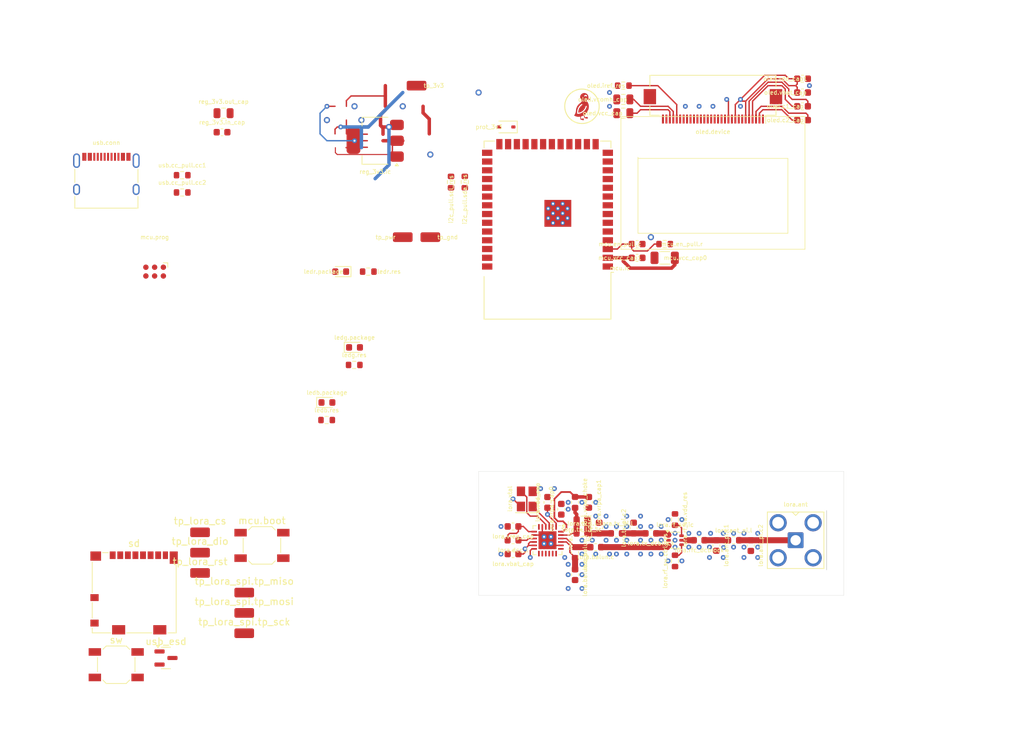
<source format=kicad_pcb>
(kicad_pcb (version 20240108) (generator "pcbnew") (generator_version "8.0")
  (layers (0 "F.Cu" signal "Front") (31 "B.Cu" signal "Back") (34 "B.Paste" user) (35 "F.Paste" user) (36 "B.SilkS" user "B.Silkscreen") (37 "F.SilkS" user "F.Silkscreen") (38 "B.Mask" user) (39 "F.Mask" user) (44 "Edge.Cuts" user))
  (net 0 "")
  (net 1 "Lpwr")
  (net 2 "Lgnd")
  (net 3 "Lv3v3")
  (net 4 "Loled.iref_res.a")
  (net 5 "Lusb.conn.cc.cc1")
  (net 6 "Lusb.conn.cc.cc2")
  (net 7 "Li2c_pull.i2c.sda")
  (net 8 "Llora.rf_sw.ctrl")
  (net 9 "Llora.rf_sw.ctrl_res.b")
  (net 10 "Itouch_0")
  (net 11 "Llora.rf_sw.vdd_res.b")
  (net 12 "Lmcu.program_en_node")
  (net 13 "Li2c_pull.i2c.scl")
  (net 14 "Lledr.res.a")
  (net 15 "Lledg.res.a")
  (net 16 "Lledb.res.a")
  (net 17 "Ltp_lora_spi.io.sck")
  (net 18 "Lledb.signal")
  (net 19 "Ltp_lora_dio.io")
  (net 20 "Lledg.signal")
  (net 21 "Ltp_lora_rst.io")
  (net 22 "Lmcu.program_boot_node")
  (net 23 "Ltp_lora_cs.io")
  (net 24 "Lmcu.program_uart_node.a_tx")
  (net 25 "Lledr.signal")
  (net 26 "Ltp_lora_spi.io.miso")
  (net 27 "Lmcu.program_uart_node.b_tx")
  (net 28 "Ltp_lora_spi.io.mosi")
  (net 29 "Loled.reset")
  (net 30 "Lsd.spi.miso")
  (net 31 "Llora.balun.input")
  (net 32 "Llora.rfc_dcblock.neg")
  (net 33 "Llora.tx_dcblock.pos")
  (net 34 "Llora.xtal.crystal.xtal_out")
  (net 35 "Llora.ic.dio3")
  (net 36 "Llora.balun.rfi_p")
  (net 37 "Llora.ic.vr_pa")
  (net 38 "Llora.ic.vreg")
  (net 39 "Llora.dcc_l.a")
  (net 40 "Llora.ic.busy")
  (net 41 "Llora.xtal.crystal.xtal_in")
  (net 42 "Llora.balun.rfi_n")
  (net 43 "Llora.ic.rfo")
  (net 44 "Lsw.out")
  (net 45 "Llora.tx_pi.output")
  (net 46 "Llora.ant_pi.output")
  (net 47 "Llora.rfc_dcblock.pos")
  (net 48 "Lsd.cs")
  (net 49 "Lusb_chain_0.d_N")
  (net 50 "Loled.device.vcomh")
  (net 51 "Loled.c1_cap.pos")
  (net 52 "Loled.c2_cap.pos")
  (net 53 "Loled.device.vcc")
  (net 54 "Loled.c2_cap.neg")
  (net 55 "Loled.c1_cap.neg")
  (net 56 "Ltx_cpack.pos.0")
  (net 57 "Lsd.spi.sck")
  (net 58 "Lusb_chain_0.d_P")
  (net 59 "Lsd.spi.mosi")
  (footprint "MountingHole:MountingHole_2.7mm_M2.5" (layer "F.Cu") (at 223 55)
    (property "Reference" "H11" (hide yes))
    (property "Value" "MountingHole_2.7mm_M2.5")
  )
  (footprint "Capacitor_SMD:C_0603_1608Metric" (layer "F.Cu") (at 166 114.5 -90)
    (property "Reference" "lora.vrpa_cap1")
    (property "Value" "50V 47nF X7R ±5% 0603 Multilayer Ceramic Capacitors MLCC - SMD/SMT ROHS")
  )
  (footprint "Capacitor_SMD:C_0603_1608Metric" (layer "F.Cu") (at 155 118 180)
    (property "Reference" "lora.vreg_cap")
    (property "Value" "25V 470nF X7R ±10% 0603 Multilayer Ceramic Capacitors MLCC - SMD/SMT ROHS")
  )
  (footprint "Button_Switch_SMD:SW_SPST_SKQG_WithoutStem" (layer "F.Cu") (at 118.57 120.75)
    (property "Reference" "mcu.boot")
    (property "Value" "5.1mm switch")
  )
  (footprint "Inductor_SMD:L_0603_1608Metric" (layer "F.Cu") (at 155 120 180)
    (property "Reference" "lora.dcc_l")
    (property "Value" "220mA 15uH ±20% 900m? 0603 Inductors (SMD) ROHS")
  )
  (footprint "Capacitor_SMD:C_0603_1608Metric" (layer "F.Cu") (at 197 55)
    (property "Reference" "oled.vbat_cap")
    (property "Value" "50V 1uF X5R ±10% 0603 Multilayer Ceramic Capacitors MLCC - SMD/SMT ROHS")
  )
  (footprint "Crystal:Crystal_SMD_3225-4Pin_3.2x2.5mm" (layer "F.Cu") (at 157 114 90)
    (property "Reference" "lora.xtal")
    (property "Value" "30MHz SMD Crystal Resonator 20pF ±10ppm ±30ppm -40?~+85? SMD3225-4P Crystals ROHS")
  )
  (footprint "Package_TO_SOT_SMD:SOT-23" (layer "F.Cu") (at 104.65 137.095)
    (property "Reference" "usb_esd")
    (property "Value" "PESD5V0X1BT")
  )
  (footprint "Capacitor_SMD:C_0603_1608Metric" (layer "F.Cu") (at 155 122 180)
    (property "Reference" "lora.vbat_cap")
    (property "Value" "50V 100nF X7R ±10% 0603 Multilayer Ceramic Capacitors MLCC - SMD/SMT ROHS")
  )
  (footprint "Connector_FFC-FPC:Hirose_FH12-30S-0.5SH_1x30-1MP_P0.50mm_Horizontal" (layer "F.Cu") (at 184 57 180)
    (property "Reference" "oled.device")
    (property "Value" "AFC01-S30FCA-00")
  )
  (footprint "edg:TestPoint_TE_RCT_0805" (layer "F.Cu") (at 109.59 124.75)
    (property "Reference" "tp_lora_rst")
    (property "Value" "lr_rs")
  )
  (footprint "Inductor_SMD:L_0603_1608Metric" (layer "F.Cu") (at 187 120)
    (property "Reference" "lora.ant_pi.l")
    (property "Value" "500mA 8.2nH ±0.3nH 240m? 0603 Inductors (SMD) ROHS")
  )
  (footprint "edg:TestPoint_TE_RCT_0805" (layer "F.Cu") (at 116 127.6)
    (property "Reference" "tp_lora_spi.tp_miso")
    (property "Value" "lr.miso")
  )
  (footprint "edg:Lcd_Er_Oled0.96_1.1_Outline" (layer "F.Cu") (at 184 70 180)
    (property "Reference" "oled.lcd" (hide yes))
    (property "Value" "ER-OLED-0.96-1.1")
  )
  (footprint "Connector_USB:USB_C_Receptacle_XKB_U262-16XN-4BVC11" (layer "F.Cu") (at 96 68)
    (property "Reference" "usb.conn")
    (property "Value" "COM-15111")
  )
  (footprint "Resistor_SMD:R_0603_1608Metric" (layer "F.Cu") (at 107 67)
    (property "Reference" "usb.cc_pull.cc1")
    (property "Value" "±1% 1/10W Thick Film Resistors 75V ±100ppm/? -55?~+155? 5.1k? 0603 Chip Resistor - Surface Mount ROHS")
  )
  (footprint "Inductor_SMD:L_0603_1608Metric" (layer "F.Cu") (at 164 121.7875 -90)
    (property "Reference" "lora.balun.l")
    (property "Value" "700mA 14nH ±2% 170m? 0603 Inductors (SMD) ROHS")
  )
  (footprint "Connector_Coaxial:SMA_Amphenol_901-143_Horizontal" (layer "F.Cu") (at 196 120 -90)
    (property "Reference" "lora.ant")
    (property "Value" "901-143")
    (fp_line (start 4.3 -4.5) (end -4.3 -4.5) (stroke (width 0.1)) (layer "Edge.Cuts"))
  )
  (footprint "Package_TO_SOT_SMD:SOT-363_SC-70-6" (layer "F.Cu") (at 178.5 120)
    (property "Reference" "lora.rf_sw.ic")
    (property "Value" "PE4259")
  )
  (footprint "edg:JlcToolingHole_1.152mm" (layer "F.Cu") (at 131 83)
    (property "Reference" "jlc_th.th2" (hide yes))
    (property "Value" "")
  )
  (footprint "Inductor_SMD:L_0603_1608Metric" (layer "F.Cu") (at 165 119)
    (property "Reference" "lora.tx_l.l")
    (property "Value" "700mA 3.3nH ±5% 70m? SMD Power Inductors ROHS")
  )
  (footprint "Resistor_SMD:R_0603_1608Metric" (layer "F.Cu") (at 148 68 90)
    (property "Reference" "i2c_pull.sda_res")
    (property "Value" "±1% 1/10W Thick Film Resistors 75V ±100ppm/? -55?~+155? 4.7k? 0603 Chip Resistor - Surface Mount ROHS")
  )
  (footprint "Capacitor_SMD:C_0603_1608Metric" (layer "F.Cu") (at 164 125 -90)
    (property "Reference" "lora.balun.c_p")
    (property "Value" "50V 3.3pF C0G ±0.25pF 0603 Multilayer Ceramic Capacitors MLCC - SMD/SMT ROHS")
  )
  (footprint "Capacitor_SMD:C_0603_1608Metric" (layer "F.Cu") (at 184.5 120.75 -90)
    (property "Reference" "lora.ant_pi.c1")
    (property "Value" "50V 3.6pF C0G ±0.1pF 0603 Multilayer Ceramic Capacitors MLCC - SMD/SMT ROHS")
  )
  (footprint "Resistor_SMD:R_0603_1608Metric" (layer "F.Cu") (at 127.96 102.55)
    (property "Reference" "ledb.res")
    (property "Value" "±1% 1/10W Thick Film Resistors 75V ±100ppm/? -55?~+155? 1k? 0603 Chip Resistor - Surface Mount ROHS")
  )
  (footprint "Diode_SMD:D_SOD-323" (layer "F.Cu") (at 154 60 180)
    (property "Reference" "prot_3v3")
    (property "Value" "5?A@1V 90? Single 3.53V~3.67V 200mW 3.6V SOD-323 Zener Diodes ROHS")
  )
  (footprint "Capacitor_SMD:C_0805_2012Metric" (layer "F.Cu") (at 113 58)
    (property "Reference" "reg_3v3.out_cap")
    (property "Value" "25V 4.7uF X5R ±10% 0805 Multilayer Ceramic Capacitors MLCC - SMD/SMT ROHS")
  )
  (footprint "Capacitor_SMD:C_0603_1608Metric" (layer "F.Cu") (at 197 59)
    (property "Reference" "oled.c2_cap")
    (property "Value" "50V 1uF X5R ±10% 0603 Multilayer Ceramic Capacitors MLCC - SMD/SMT ROHS")
  )
  (footprint "Capacitor_SMD:C_0603_1608Metric" (layer "F.Cu") (at 197 53)
    (property "Reference" "oled.vdd_cap1")
    (property "Value" "50V 1uF X5R ±10% 0603 Multilayer Ceramic Capacitors MLCC - SMD/SMT ROHS")
  )
  (footprint "edg:TestPoint_TE_RCT_0805" (layer "F.Cu") (at 143 76)
    (property "Reference" "tp_gnd")
    (property "Value" "gnd")
  )
  (footprint "RF_Module:ESP32-S3-WROOM-1" (layer "F.Cu") (at 160 75 180)
    (property "Reference" "mcu.ic")
    (property "Value" "ESP32-S3-WROOM-1-N16R8")
  )
  (footprint "edg:JlcToolingHole_1.152mm" (layer "F.Cu") (at 221 83)
    (property "Reference" "jlc_th.th3" (hide yes))
    (property "Value" "")
  )
  (footprint "edg:JlcToolingHole_1.152mm" (layer "F.Cu") (at 221 57)
    (property "Reference" "jlc_th.th1" (hide yes))
    (property "Value" "")
  )
  (footprint "LED_SMD:LED_0603_1608Metric" (layer "F.Cu") (at 128 100)
    (property "Reference" "ledb.package")
    (property "Value" "5mA 28.5mcd 3.1V 468nm Colorless transparence -40?~+85? 465nm~475nm blue 120° 110mW 0603 Light Emitting Diodes (LED) ROHS")
  )
  (footprint "Capacitor_SMD:C_0603_1608Metric" (layer "F.Cu") (at 167.5 118.225 90)
    (property "Reference" "tx_cpack")
    (property "Value" "50V 10pF C0G ±5% 0603 Multilayer Ceramic Capacitors MLCC - SMD/SMT ROHS")
  )
  (footprint "MountingHole:MountingHole_2.7mm_M2.5" (layer "F.Cu") (at 129 85)
    (property "Reference" "H10" (hide yes))
    (property "Value" "MountingHole_2.7mm_M2.5")
  )
  (footprint "edg:TestPoint_TE_RCT_0805" (layer "F.Cu") (at 109.59 118.85)
    (property "Reference" "tp_lora_cs")
    (property "Value" "lr_cs")
  )
  (footprint "Capacitor_SMD:C_0603_1608Metric" (layer "F.Cu") (at 162 115.5 90)
    (property "Reference" "lora.vrpa_cap0")
    (property "Value" "50V 47pF C0G ±5% 0603 Multilayer Ceramic Capacitors MLCC - SMD/SMT ROHS")
  )
  (footprint "Resistor_SMD:R_0603_1608Metric" (layer "F.Cu") (at 134 81)
    (property "Reference" "ledr.res")
    (property "Value" "±1% 1/10W Thick Film Resistors 75V ±100ppm/? -55?~+155? 1k? 0603 Chip Resistor - Surface Mount ROHS")
  )
  (footprint "Capacitor_SMD:C_0603_1608Metric" (layer "F.Cu") (at 197 57)
    (property "Reference" "oled.c1_cap")
    (property "Value" "50V 1uF X5R ±10% 0603 Multilayer Ceramic Capacitors MLCC - SMD/SMT ROHS")
  )
  (footprint "Capacitor_SMD:C_0603_1608Metric" (layer "F.Cu") (at 160 114.5 90)
    (property "Reference" "lora.vdd_cap")
    (property "Value" "50V 1uF X5R ±10% 0603 Multilayer Ceramic Capacitors MLCC - SMD/SMT ROHS")
  )
  (footprint "edg:TestPoint_TE_RCT_0805" (layer "F.Cu") (at 139 76)
    (property "Reference" "tp_pwr")
    (property "Value" "pwr")
  )
  (footprint "Capacitor_SMD:C_0603_1608Metric" (layer "F.Cu") (at 112.78 60.76)
    (property "Reference" "reg_3v3.in_cap")
    (property "Value" "50V 100nF X7R ±10% 0603 Multilayer Ceramic Capacitors MLCC - SMD/SMT ROHS")
  )
  (footprint "Package_TO_SOT_SMD:SOT-223-3_TabPin2" (layer "F.Cu") (at 135 62 180)
    (property "Reference" "reg_3v3.ic")
    (property "Value" "LDL1117S33R")
  )
  (footprint "Capacitor_SMD:C_0805_2012Metric" (layer "F.Cu") (at 171 58 180)
    (property "Reference" "oled.vcc_cap")
    (property "Value" "25V 4.7uF X5R ±10% 0805 Multilayer Ceramic Capacitors MLCC - SMD/SMT ROHS")
  )
  (footprint "LED_SMD:LED_0603_1608Metric" (layer "F.Cu") (at 130 81 180)
    (property "Reference" "ledr.package")
    (property "Value" "Red 615~630nm 1.9~2.2V 0603 Light Emitting Diodes (LED) RoHS")
  )
  (footprint "Button_Switch_SMD:SW_SPST_SKQG_WithoutStem" (layer "F.Cu") (at 97.43 138.07)
    (property "Reference" "sw")
    (property "Value" "5.1mm switch")
  )
  (footprint "edg:Symbol_DucklingSolid" (layer "F.Cu") (at 165 57)
    (property "Reference" "svg2mod" (hide yes))
    (property "Value" "G***" (hide yes))
  )
  (footprint "Capacitor_SMD:C_0603_1608Metric" (layer "F.Cu") (at 172.5 118.225 90)
    (property "Reference" "lora.tx_pi.c2")
    (property "Value" "50V 3.6pF C0G ±0.1pF 0603 Multilayer Ceramic Capacitors MLCC - SMD/SMT ROHS")
  )
  (footprint "Capacitor_SMD:C_0603_1608Metric" (layer "F.Cu") (at 189.5 120.775 -90)
    (property "Reference" "lora.ant_pi.c2")
    (property "Value" "50V 3.6pF C0G ±0.1pF 0603 Multilayer Ceramic Capacitors MLCC - SMD/SMT ROHS")
  )
  (footprint "Capacitor_SMD:C_0603_1608Metric" (layer "F.Cu") (at 173 77)
    (property "Reference" "mcu.en_pull.c")
    (property "Value" "50V 1uF X5R ±10% 0603 Multilayer Ceramic Capacitors MLCC - SMD/SMT ROHS")
  )
  (footprint "Inductor_SMD:L_0603_1608Metric" (layer "F.Cu") (at 170 119)
    (property "Reference" "lora.tx_pi.l")
    (property "Value" "500mA 8.2nH ±0.3nH 240m? 0603 Inductors (SMD) ROHS")
  )
  (footprint "LED_SMD:LED_0603_1608Metric" (layer "F.Cu") (at 132 92)
    (property "Reference" "ledg.package")
    (property "Value" "20mA 285mcd 3.3V 518nm Colorless transparence -40?~+85? 520nm~535nm Emerald 120° 110mW 0603 Light Emitting Diodes (LED) ROHS")
  )
  (footprint "Capacitor_SMD:C_0603_1608Metric" (layer "F.Cu") (at 165 117 180)
    (property "Reference" "lora.tx_l.c_lc")
    (property "Value" "50V 2.2pF C0G ±0.1pF 0603 Multilayer Ceramic Capacitors MLCC - SMD/SMT ROHS")
  )
  (footprint "Capacitor_SMD:C_1206_3216Metric" (layer "F.Cu") (at 177 79 180)
    (property "Reference" "mcu.vcc_cap0")
    (property "Value" "10V 22uF X5R ±10% 1206 Multilayer Ceramic Capacitors MLCC - SMD/SMT ROHS")
  )
  (footprint "edg:TestPoint_TE_RCT_0805" (layer "F.Cu") (at 116 130.55)
    (property "Reference" "tp_lora_spi.tp_mosi")
    (property "Value" "lr.mosi")
  )
  (footprint "Connector_Card:microSD_HC_Molex_104031-0811" (layer "F.Cu") (at 100.02 127.625)
    (property "Reference" "sd")
    (property "Value" "104031-0811")
  )
  (footprint "MountingHole:MountingHole_2.7mm_M2.5" (layer "F.Cu") (at 223 85)
    (property "Reference" "H14" (hide yes))
    (property "Value" "MountingHole_2.7mm_M2.5")
  )
  (footprint "Resistor_SMD:R_0603_1608Metric" (layer "F.Cu") (at 178.5 117 -90)
    (property "Reference" "lora.rf_sw.vdd_res")
    (property "Value" "±1% 1/10W Thick Film Resistors 75V ±100ppm/? -55?~+155? 1k? 0603 Chip Resistor - Surface Mount ROHS")
  )
  (footprint "Connector:Tag-Connect_TC2030-IDC-FP_2x03_P1.27mm_Vertical" (layer "F.Cu") (at 103 81 180)
    (property "Reference" "mcu.prog")
    (property "Value" "")
  )
  (footprint "Resistor_SMD:R_0603_1608Metric" (layer "F.Cu") (at 131.96 94.55)
    (property "Reference" "ledg.res")
    (property "Value" "±1% 1/10W Thick Film Resistors 75V ±100ppm/? -55?~+155? 1k? 0603 Chip Resistor - Surface Mount ROHS")
  )
  (footprint "Resistor_SMD:R_0603_1608Metric" (layer "F.Cu") (at 177 77 180)
    (property "Reference" "mcu.en_pull.r")
    (property "Value" "±1% 1/10W Thick Film Resistors 75V ±100ppm/? -55?~+155? 10k? 0603 Chip Resistor - Surface Mount ROHS")
  )
  (footprint "edg:TestPoint_TE_RCT_0805" (layer "F.Cu") (at 116 133.5)
    (property "Reference" "tp_lora_spi.tp_sck")
    (property "Value" "lr.sck")
  )
  (footprint "Capacitor_SMD:C_0805_2012Metric" (layer "F.Cu") (at 171 56 180)
    (property "Reference" "oled.vcomh_cap")
    (property "Value" "25V 4.7uF X5R ±10% 0805 Multilayer Ceramic Capacitors MLCC - SMD/SMT ROHS")
  )
  (footprint "edg:TestPoint_TE_RCT_0805" (layer "F.Cu") (at 141 54 180)
    (property "Reference" "tp_3v3")
    (property "Value" "v3v3")
  )
  (footprint "Resistor_SMD:R_0603_1608Metric" (layer "F.Cu") (at 178.5 123 90)
    (property "Reference" "lora.rf_sw.ctrl_res")
    (property "Value" "±1% 1/10W Thick Film Resistors 75V ±100ppm/? -55?~+155? 1k? 0603 Chip Resistor - Surface Mount ROHS")
  )
  (footprint "Capacitor_SMD:C_0603_1608Metric" (layer "F.Cu") (at 173 79)
    (property "Reference" "mcu.vcc_cap1")
    (property "Value" "50V 100nF X7R ±10% 0603 Multilayer Ceramic Capacitors MLCC - SMD/SMT ROHS")
  )
  (footprint "Capacitor_SMD:C_0603_1608Metric" (layer "F.Cu") (at 167 121 180)
    (property "Reference" "lora.balun.c")
    (property "Value" "50V 3pF C0G ±0.25pF 0603 Multilayer Ceramic Capacitors MLCC - SMD/SMT ROHS")
  )
  (footprint "Resistor_SMD:R_0603_1608Metric" (layer "F.Cu") (at 146 68 90)
    (property "Reference" "i2c_pull.scl_res")
    (property "Value" "±1% 1/10W Thick Film Resistors 75V ±100ppm/? -55?~+155? 4.7k? 0603 Chip Resistor - Surface Mount ROHS")
  )
  (footprint "Capacitor_SMD:C_0603_1608Metric" (layer "F.Cu") (at 175 119 180)
    (property "Reference" "lora.tx_dcblock")
    (property "Value" "50V 47pF C0G ±5% 0603 Multilayer Ceramic Capacitors MLCC - SMD/SMT ROHS")
  )
  (footprint "Resistor_SMD:R_0603_1608Metric" (layer "F.Cu") (at 171 54 180)
    (property "Reference" "oled.iref_res")
    (property "Value" "±1% 1/10W Thick Film Resistors 75V ±100ppm/? -55?~+155? 390k? 0603 Chip Resistor - Surface Mount ROHS")
  )
  (footprint "Inductor_SMD:L_0603_1608Metric" (layer "F.Cu") (at 164 114.5 -90)
    (property "Reference" "lora.vrpa_choke")
    (property "Value" "200mA 47nH ±5% 1? 0603 Inductors (SMD) ROHS")
  )
  (footprint "Capacitor_SMD:C_0603_1608Metric" (layer "F.Cu") (at 182 120 180)
    (property "Reference" "lora.rfc_dcblock")
    (property "Value" "50V 47pF C0G ±5% 0603 Multilayer Ceramic Capacitors MLCC - SMD/SMT ROHS")
  )
  (footprint "Package_DFN_QFN:QFN-24-1EP_4x4mm_P0.5mm_EP2.6x2.6mm" (layer "F.Cu") (at 160 120 -90)
    (property "Reference" "lora.ic")
    (property "Value" "SX1262")
  )
  (footprint "edg:TestPoint_TE_RCT_0805" (layer "F.Cu") (at 109.59 121.8)
    (property "Reference" "tp_lora_dio")
    (property "Value" "lr_di")
  )
  (footprint "Resistor_SMD:R_0603_1608Metric" (layer "F.Cu") (at 107 69.51)
    (property "Reference" "usb.cc_pull.cc2")
    (property "Value" "±1% 1/10W Thick Film Resistors 75V ±100ppm/? -55?~+155? 5.1k? 0603 Chip Resistor - Surface Mount ROHS")
  )
  (gr_rect (start 150 110) (end 203 128) (stroke (width 0.0381)) (fill none) (layer "Edge.Cuts"))
  (segment (start 142.85 61) (end 142.85 58.85) (width 0.5) (layer "F.Cu") (net 0))
  (segment (start 129.5 64) (end 137 64) (width 0.15) (layer "F.Cu") (net 0))
  (segment (start 129.175 61) (end 129.175 60.325) (width 0.2) (layer "F.Cu") (net 0))
  (segment (start 136.475 57) (end 136.475 55.5) (width 0.5) (layer "F.Cu") (net 0))
  (segment (start 136.1375 62) (end 139 62) (width 0.5) (layer "F.Cu") (net 0))
  (segment (start 129.225 63) (end 129.225 63.725) (width 0.15) (layer "F.Cu") (net 0))
  (segment (start 136.475 55.5) (end 136.475 54) (width 0.5) (layer "F.Cu") (net 0))
  (segment (start 131.5 55.5) (end 136.475 55.5) (width 0.2) (layer "F.Cu") (net 0))
  (segment (start 142.85 58.85) (end 141.95 57.95) (width 0.5) (layer "F.Cu") (net 0))
  (segment (start 137.5 63.5) (end 137.5 62) (width 0.2) (layer "F.Cu") (net 0))
  (segment (start 141.95 57.95) (end 141.95 57) (width 0.5) (layer "F.Cu") (net 0))
  (segment (start 137 64) (end 137.5 63.5) (width 0.15) (layer "F.Cu") (net 0))
  (segment (start 130.825 56.175) (end 131.5 55.5) (width 0.2) (layer "F.Cu") (net 0))
  (segment (start 129.175 60.325) (end 129.5 60) (width 0.2) (layer "F.Cu") (net 0))
  (segment (start 130.825 57) (end 130.825 56.175) (width 0.2) (layer "F.Cu") (net 0))
  (segment (start 129.5 60) (end 130 60) (width 0.2) (layer "F.Cu") (net 0))
  (segment (start 129.225 63.725) (end 129.5 64) (width 0.15) (layer "F.Cu") (net 0))
  (via (at 130 60) (size 0.7) (drill 0.3) (layers "F.Cu" "B.Cu") (net 0))
  (segment (start 134 60) (end 139 55) (width 0.5) (layer "B.Cu") (net 0))
  (segment (start 133 60) (end 134 60) (width 0.5) (layer "B.Cu") (net 0))
  (segment (start 133 63) (end 133 60) (width 0.5) (layer "B.Cu") (net 0))
  (segment (start 134 60) (end 130 60) (width 0.5) (layer "B.Cu") (net 0))
  (segment (start 135.775 58.225) (end 135.775 59) (width 0.5) (layer "F.Cu") (net 1))
  (segment (start 136.475 57.525) (end 135.775 58.225) (width 0.5) (layer "F.Cu") (net 1))
  (segment (start 136.1375 60.1375) (end 136 60) (width 0.5) (layer "F.Cu") (net 1))
  (segment (start 135.775 59) (end 135.775 59.775) (width 0.5) (layer "F.Cu") (net 1))
  (segment (start 136.1375 60.1375) (end 136.1375 61.05) (width 0.5) (layer "F.Cu") (net 1))
  (segment (start 135.775 59.775) (end 136 60) (width 0.5) (layer "F.Cu") (net 1))
  (segment (start 136 60) (end 137 60) (width 0.5) (layer "F.Cu") (net 1))
  (via (at 137 60) (size 0.9) (drill 0.5) (layers "F.Cu" "B.Cu") (net 1))
  (segment (start 137 65.5) (end 135 67.5) (width 0.5) (layer "B.Cu") (net 1))
  (segment (start 137 60) (end 137 65.5) (width 0.5) (layer "B.Cu") (net 1))
  (segment (start 160.5 120.5) (end 160.75 120.75) (width 0.2) (layer "F.Cu") (net 2))
  (segment (start 158.25 112.5) (end 157.85 112.9) (width 0.2) (layer "F.Cu") (net 2))
  (segment (start 156.1 115.1) (end 155 114) (width 0.2) (layer "F.Cu") (net 2))
  (segment (start 159.25 119.25) (end 159.25 118.0625) (width 0.2) (layer "F.Cu") (net 2))
  (segment (start 160.5 119.5) (end 160.75 119.25) (width 0.2) (layer "F.Cu") (net 2))
  (segment (start 160.75 120.75) (end 161.9375 120.75) (width 0.2) (layer "F.Cu") (net 2))
  (segment (start 160.75 119.25) (end 160.75 118.0625) (width 0.2) (layer "F.Cu") (net 2))
  (segment (start 156.15 115.1) (end 156.1 115.1) (width 0.2) (layer "F.Cu") (net 2))
  (segment (start 159.25 119.25) (end 158.0625 119.25) (width 0.2) (layer "F.Cu") (net 2))
  (segment (start 159.5 119.5) (end 159.25 119.25) (width 0.2) (layer "F.Cu") (net 2))
  (segment (start 159 112.5) (end 158.25 112.5) (width 0.2) (layer "F.Cu") (net 2))
  (via (at 177.5 123) (size 0.7) (drill 0.3) (layers "F.Cu" "B.Cu") (net 2))
  (via (at 182 121) (size 0.7) (drill 0.3) (layers "F.Cu" "B.Cu") (net 2))
  (via (at 175 122) (size 0.7) (drill 0.3) (layers "F.Cu" "B.Cu") (net 2))
  (via (at 153.25 118) (size 0.7) (drill 0.3) (layers "F.Cu" "B.Cu") (net 2))
  (via (at 179.5 123) (size 0.7) (drill 0.3) (layers "F.Cu" "B.Cu") (net 2))
  (via (at 167 122) (size 0.7) (drill 0.3) (layers "F.Cu" "B.Cu") (net 2))
  (via (at 163 127) (size 0.7) (drill 0.3) (layers "F.Cu" "B.Cu") (net 2))
  (via (at 163 115.5) (size 0.7) (drill 0.3) (layers "F.Cu" "B.Cu") (net 2))
  (via (at 165 127) (size 0.7) (drill 0.3) (layers "F.Cu" "B.Cu") (net 2))
  (via (at 167 114.5) (size 0.7) (drill 0.3) (layers "F.Cu" "B.Cu") (net 2))
  (via (at 150 55) (size 0.9) (drill 0.5) (layers "F.Cu" "B.Cu") (net 2))
  (via (at 185.545944 121.056006) (size 0.7) (drill 0.3) (layers "F.Cu" "B.Cu") (net 2))
  (via (at 170 122) (size 0.7) (drill 0.3) (layers "F.Cu" "B.Cu") (net 2))
  (via (at 182 119) (size 0.7) (drill 0.3) (layers "F.Cu" "B.Cu") (net 2))
  (via (at 184 57) (size 0.7) (drill 0.3) (layers "F.Cu" "B.Cu") (net 2))
  (via (at 173.5 118) (size 0.7) (drill 0.3) (layers "F.Cu" "B.Cu") (net 2))
  (via (at 161 112.5) (size 0.7) (drill 0.3) (layers "F.Cu" "B.Cu") (net 2))
  (via (at 171.5 120) (size 0.7) (drill 0.3) (layers "F.Cu" "B.Cu") (net 2))
  (via (at 180.5 119) (size 0.7) (drill 0.3) (layers "F.Cu" "B.Cu") (net 2))
  (via (at 182 57) (size 0.7) (drill 0.3) (layers "F.Cu" "B.Cu") (net 2))
  (via (at 173.5 122) (size 0.7) (drill 0.3) (layers "F.Cu" "B.Cu") (net 2))
  (via (at 153.25 122) (size 0.7) (drill 0.3) (layers "F.Cu" "B.Cu") (net 2))
  (via (at 139 57) (size 0.9) (drill 0.5) (layers "F.Cu" "B.Cu") (net 2))
  (via (at 165 125) (size 0.7) (drill 0.3) (layers "F.Cu" "B.Cu") (net 2))
  (via (at 159.5 120.5) (size 0.7) (drill 0.3) (layers "F.Cu" "B.Cu") (net 2))
  (via (at 188.5 121) (size 0.7) (drill 0.3) (layers "F.Cu" "B.Cu") (net 2))
  (via (at 169 55) (size 0.7) (drill 0.3) (layers "F.Cu" "B.Cu") (net 2))
  (via (at 175 76) (size 0.9) (drill 0.5) (layers "F.Cu" "B.Cu") (net 2))
  (via (at 183.66258 118.997446) (size 0.7) (drill 0.3) (layers "F.Cu" "B.Cu") (net 2))
  (via (at 187 121) (size 0.7) (drill 0.3) (layers "F.Cu" "B.Cu") (net 2))
  (via (at 177.5 117) (size 0.7) (drill 0.3) (layers "F.Cu" "B.Cu") (net 2))
  (via (at 166.5 120) (size 0.7) (drill 0.3) (layers "F.Cu" "B.Cu") (net 2))
  (via (at 170 120) (size 0.7) (drill 0.3) (layers "F.Cu" "B.Cu") (net 2))
  (via (at 159.5 119.5) (size 0.7) (drill 0.3) (layers "F.Cu" "B.Cu") (net 2))
  (via (at 180.5 121) (size 0.7) (drill 0.3) (layers "F.Cu" "B.Cu") (net 2))
  (via (at 190.5 121) (size 0.7) (drill 0.3) (layers "F.Cu" "B.Cu") (net 2))
  (via (at 168.5 120) (size 0.7) (drill 0.3) (layers "F.Cu" "B.Cu") (net 2))
  (via (at 169 122) (size 0.7) (drill 0.3) (layers "F.Cu" "B.Cu") (net 2))
  (via (at 185.5 119) (size 0.7) (drill 0.3) (layers "F.Cu" "B.Cu") (net 2))
  (via (at 159 112.5) (size 0.7) (drill 0.3) (layers "F.Cu" "B.Cu") (net 2))
  (via (at 176.5 120) (size 0.7) (drill 0.3) (layers "F.Cu" "B.Cu") (net 2))
  (via (at 178.5 119) (size 0.7) (drill 0.3) (layers "F.Cu" "B.Cu") (net 2))
  (via (at 176.5 118) (size 0.7) (drill 0.3) (layers "F.Cu" "B.Cu") (net 2))
  (via (at 163 114.5) (size 0.7) (drill 0.3) (layers "F.Cu" "B.Cu") (net 2))
  (via (at 171.5 118) (size 0.7) (drill 0.3) (layers "F.Cu" "B.Cu") (net 2))
  (via (at 176.5 122) (size 0.7) (drill 0.3) (layers "F.Cu" "B.Cu") (net 2))
  (via (at 160.5 120.5) (size 0.7) (drill 0.3) (layers "F.Cu" "B.Cu") (net 2))
  (via (at 188.5 119) (size 0.7) (drill 0.3) (layers "F.Cu" "B.Cu") (net 2))
  (via (at 171.5 116.5) (size 0.7) (drill 0.3) (layers "F.Cu" "B.Cu") (net 2))
  (via (at 128 59) (size 0.9) (drill 0.5) (layers "F.Cu" "B.Cu") (net 2))
  (via (at 167 116.5) (size 0.7) (drill 0.3) (layers "F.Cu" "B.Cu") (net 2))
  (via (at 160.5 119.5) (size 0.7) (drill 0.3) (layers "F.Cu" "B.Cu") (net 2))
  (via (at 171.5 122) (size 0.7) (drill 0.3) (layers "F.Cu" "B.Cu") (net 2))
  (via (at 165 114.5) (size 0.7) (drill 0.3) (layers "F.Cu" "B.Cu") (net 2))
  (via (at 175 120) (size 0.7) (drill 0.3) (layers "F.Cu" "B.Cu") (net 2))
  (via (at 183.5 121) (size 0.7) (drill 0.3) (layers "F.Cu" "B.Cu") (net 2))
  (via (at 188.5 122.5) (size 0.7) (drill 0.3) (layers "F.Cu" "B.Cu") (net 2))
  (via (at 185.5 122.5) (size 0.7) (drill 0.3) (layers "F.Cu" "B.Cu") (net 2))
  (via (at 180 57) (size 0.7) (drill 0.3) (layers "F.Cu" "B.Cu") (net 2))
  (via (at 162.5 122.5) (size 0.7) (drill 0.3) (layers "F.Cu" "B.Cu") (net 2))
  (via (at 187 119) (size 0.7) (drill 0.3) (layers "F.Cu" "B.Cu") (net 2))
  (via (at 169 57) (size 0.7) (drill 0.3) (layers "F.Cu" "B.Cu") (net 2))
  (via (at 178.5 120) (size 0.7) (drill 0.3) (layers "F.Cu" "B.Cu") (net 2))
  (via (at 190.5 122.5) (size 0.7) (drill 0.3) (layers "F.Cu" "B.Cu") (net 2))
  (via (at 178.5 121) (size 0.7) (drill 0.3) (layers "F.Cu" "B.Cu") (net 2))
  (via (at 165 120) (size 0.7) (drill 0.3) (layers "F.Cu" "B.Cu") (net 2))
  (via (at 165 122) (size 0.7) (drill 0.3) (layers "F.Cu" "B.Cu") (net 2))
  (via (at 165 123.5) (size 0.7) (drill 0.3) (layers "F.Cu" "B.Cu") (net 2))
  (via (at 198 54) (size 0.7) (drill 0.3) (layers "F.Cu" "B.Cu") (net 2))
  (via (at 188 57) (size 0.7) (drill 0.3) (layers "F.Cu" "B.Cu") (net 2))
  (via (at 190.5 119) (size 0.7) (drill 0.3) (layers "F.Cu" "B.Cu") (net 2))
  (via (at 155 114) (size 0.7) (drill 0.3) (layers "F.Cu" "B.Cu") (net 2))
  (via (at 179.5 117) (size 0.7) (drill 0.3) (layers "F.Cu" "B.Cu") (net 2))
  (via (at 183.5 122.5) (size 0.7) (drill 0.3) (layers "F.Cu" "B.Cu") (net 2))
  (via (at 163 125) (size 0.7) (drill 0.3) (layers "F.Cu" "B.Cu") (net 2))
  (via (at 132 57) (size 0.9) (drill 0.5) (layers "F.Cu" "B.Cu") (net 2))
  (via (at 170 118) (size 0.7) (drill 0.3) (layers "F.Cu" "B.Cu") (net 2))
  (via (at 163 123.5) (size 0.7) (drill 0.3) (layers "F.Cu" "B.Cu") (net 2))
  (via (at 168.5 116.5) (size 0.7) (drill 0.3) (layers "F.Cu" "B.Cu") (net 2))
  (via (at 168.5 118) (size 0.7) (drill 0.3) (layers "F.Cu" "B.Cu") (net 2))
  (via (at 173.5 116.5) (size 0.7) (drill 0.3) (layers "F.Cu" "B.Cu") (net 2))
  (via (at 133 59) (size 0.9) (drill 0.5) (layers "F.Cu" "B.Cu") (net 2))
  (via (at 173.5 120) (size 0.7) (drill 0.3) (layers "F.Cu" "B.Cu") (net 2))
  (via (at 175 118) (size 0.7) (drill 0.3) (layers "F.Cu" "B.Cu") (net 2))
  (segment (start 157.25 120.75) (end 158.0625 120.75) (width 0.2) (layer "F.Cu") (net 3))
  (segment (start 157.25 120.5) (end 157.5 120.25) (width 0.2) (layer "F.Cu") (net 3))
  (segment (start 187.25 58.85) (end 187.25 56.75) (width 0.2) (layer "F.Cu") (net 3))
  (segment (start 192 53) (end 188.75 56.25) (width 0.2) (layer "F.Cu") (net 3))
  (segment (start 191.5 52.5) (end 194.5 52.5) (width 0.2) (layer "F.Cu") (net 3))
  (segment (start 186.25 58.85) (end 186.25 56.25) (width 0.2) (layer "F.Cu") (net 3))
  (segment (start 133.8625 61.05) (end 133.05 61.05) (width 0.2) (layer "F.Cu") (net 3))
  (segment (start 130.825 59) (end 130.825 60) (width 0.2) (layer "F.Cu") (net 3))
  (segment (start 157.5 120.25) (end 158.0625 120.25) (width 0.2) (layer "F.Cu") (net 3))
  (segment (start 172 80.5) (end 178 80.5) (width 0.5) (layer "F.Cu") (net 3))
  (segment (start 160 116.25) (end 160 116.28033) (width 0.2) (layer "F.Cu") (net 3))
  (segment (start 160 116.25) (end 160 115.275) (width 0.2) (layer "F.Cu") (net 3))
  (segment (start 188.75 56.25) (end 188.75 58.85) (width 0.2) (layer "F.Cu") (net 3))
  (segment (start 195 53) (end 196.225 53) (width 0.2) (layer "F.Cu") (net 3))
  (segment (start 188 56) (end 188.25 56.25) (width 0.2) (layer "F.Cu") (net 3))
  (segment (start 156.75 121.25) (end 157.25 120.75) (width 0.2) (layer "F.Cu") (net 3))
  (segment (start 130.825 60) (end 130.825 61) (width 0.2) (layer "F.Cu") (net 3))
  (segment (start 168.75 78.99) (end 172.215 78.99) (width 0.5) (layer "F.Cu") (net 3))
  (segment (start 178 80.5) (end 178.475 80.025) (width 0.5) (layer "F.Cu") (net 3))
  (segment (start 156.5 122) (end 156.75 121.75) (width 0.2) (layer "F.Cu") (net 3))
  (segment (start 156.75 121.75) (end 156.75 121.25) (width 0.2) (layer "F.Cu") (net 3))
  (segment (start 196 54) (end 195 54) (width 0.2) (layer "F.Cu") (net 3))
  (segment (start 160 116.28033) (end 161.25 117.53033) (width 0.2) (layer "F.Cu") (net 3))
  (segment (start 132 62) (end 133.8625 62) (width 0.2) (layer "F.Cu") (net 3))
  (segment (start 132.05 62.95) (end 132 63) (width 0.2) (layer "F.Cu") (net 3))
  (segment (start 196.225 53.775) (end 196 54) (width 0.2) (layer "F.Cu") (net 3))
  (segment (start 188.25 56.25) (end 188.75 56.25) (width 0.2) (layer "F.Cu") (net 3))
  (segment (start 155.775 122) (end 156.5 122) (width 0.2) (layer "F.Cu") (net 3))
  (segment (start 133.05 61.05) (end 132 60) (width 0.2) (layer "F.Cu") (net 3))
  (segment (start 194 53) (end 192 53) (width 0.2) (layer "F.Cu") (net 3))
  (segment (start 133.8625 62.95) (end 132.05 62.95) (width 0.2) (layer "F.Cu") (net 3))
  (segment (start 187.25 56.75) (end 191.5 52.5) (width 0.2) (layer "F.Cu") (net 3))
  (segment (start 194.5 52.5) (end 195 53) (width 0.2) (layer "F.Cu") (net 3))
  (segment (start 132 63) (end 130.775 63) (width 0.2) (layer "F.Cu") (net 3))
  (segment (start 196.225 53) (end 196.225 53.775) (width 0.2) (layer "F.Cu") (net 3))
  (segment (start 171 79.5) (end 172 80.5) (width 0.5) (layer "F.Cu") (net 3))
  (segment (start 161.25 117.53033) (end 161.25 118.0625) (width 0.2) (layer "F.Cu") (net 3))
  (segment (start 196.225 55) (end 196.225 54.225) (width 0.2) (layer "F.Cu") (net 3))
  (segment (start 132 60) (end 130.825 60) (width 0.2) (layer "F.Cu") (net 3))
  (segment (start 186.25 56.25) (end 186 56) (width 0.2) (layer "F.Cu") (net 3))
  (segment (start 196.225 54.225) (end 196 54) (width 0.2) (layer "F.Cu") (net 3))
  (segment (start 129.175 57) (end 128 57) (width 0.2) (layer "F.Cu") (net 3))
  (segment (start 178.475 80.025) (end 178.475 79) (width 0.5) (layer "F.Cu") (net 3))
  (segment (start 157.25 120.75) (end 157.25 120.5) (width 0.2) (layer "F.Cu") (net 3))
  (segment (start 171 78.99) (end 171 79.5) (width 0.5) (layer "F.Cu") (net 3))
  (segment (start 195 54) (end 194 53) (width 0.2) (layer "F.Cu") (net 3))
  (via (at 160 116.25) (size 0.7) (drill 0.3) (layers "F.Cu" "B.Cu") (net 3))
  (via (at 186 56) (size 0.7) (drill 0.3) (layers "F.Cu" "B.Cu") (net 3))
  (via (at 156.75 121.25) (size 0.7) (drill 0.3) (layers "F.Cu" "B.Cu") (net 3))
  (via (at 188 56) (size 0.7) (drill 0.3) (layers "F.Cu" "B.Cu") (net 3))
  (via (at 132 62) (size 0.7) (drill 0.3) (layers "F.Cu" "B.Cu") (net 3))
  (via (at 143 64) (size 0.9) (drill 0.5) (layers "F.Cu" "B.Cu") (net 3))
  (via (at 128 57) (size 0.7) (drill 0.3) (layers "F.Cu" "B.Cu") (net 3))
  (segment (start 132 62) (end 128 62) (width 0.2) (layer "B.Cu") (net 3))
  (segment (start 127 61) (end 127 58) (width 0.2) (layer "B.Cu") (net 3))
  (segment (start 127 58) (end 128 57) (width 0.2) (layer "B.Cu") (net 3))
  (segment (start 128 62) (end 127 61) (width 0.2) (layer "B.Cu") (net 3))
  (segment (start 178.75 56.75) (end 176 54) (width 0.2) (layer "F.Cu") (net 4))
  (segment (start 176 54) (end 171.825 54) (width 0.2) (layer "F.Cu") (net 4))
  (segment (start 178.75 58.85) (end 178.75 56.75) (width 0.2) (layer "F.Cu") (net 4))
  (segment (start 158.0625 121.25) (end 157.75 121.25) (width 0.2) (layer "F.Cu") (net 8))
  (segment (start 157.75 121.25) (end 157.5 121.5) (width 0.2) (layer "F.Cu") (net 8))
  (segment (start 157.5 121.5) (end 157.5 122.5) (width 0.2) (layer "F.Cu") (net 8))
  (via (at 157.5 122.5) (size 0.7) (drill 0.3) (layers "F.Cu" "B.Cu") (net 8))
  (segment (start 179.075 122.175) (end 178.5 122.175) (width 0.2) (layer "F.Cu") (net 9))
  (segment (start 179.45 120.65) (end 179.45 121.8) (width 0.2) (layer "F.Cu") (net 9))
  (segment (start 179.45 121.8) (end 179.075 122.175) (width 0.2) (layer "F.Cu") (net 9))
  (segment (start 179.45 118.2) (end 179.075 117.825) (width 0.2) (layer "F.Cu") (net 11))
  (segment (start 179.45 119.35) (end 179.45 118.2) (width 0.2) (layer "F.Cu") (net 11))
  (segment (start 179.075 117.825) (end 178.5 117.825) (width 0.2) (layer "F.Cu") (net 11))
  (segment (start 172.225 77.725) (end 172.5 78) (width 0.2) (layer "F.Cu") (net 12))
  (segment (start 174.5 78) (end 175.5 77) (width 0.2) (layer "F.Cu") (net 12))
  (segment (start 172.5 78) (end 174.5 78) (width 0.2) (layer "F.Cu") (net 12))
  (segment (start 175.5 77) (end 176.175 77) (width 0.2) (layer "F.Cu") (net 12))
  (segment (start 170.14 77.72) (end 168.75 77.72) (width 0.2) (layer "F.Cu") (net 12))
  (segment (start 172.225 77) (end 172.225 77.725) (width 0.2) (layer "F.Cu") (net 12))
  (segment (start 171 77) (end 170.86 77) (width 0.2) (layer "F.Cu") (net 12))
  (segment (start 170.86 77) (end 170.14 77.72) (width 0.2) (layer "F.Cu") (net 12))
  (segment (start 172.225 77) (end 171 77) (width 0.2) (layer "F.Cu") (net 12))
  (segment (start 177.3375 121) (end 177.55 120.7875) (width 0.875) (layer "F.Cu") (net 31))
  (segment (start 167.775 121) (end 177.3375 121) (width 0.875) (layer "F.Cu") (net 31))
  (segment (start 181.225 120) (end 180.100044 120) (width 0.875) (layer "F.Cu") (net 32))
  (segment (start 175.775 119) (end 177.3375 119) (width 0.875) (layer "F.Cu") (net 33))
  (segment (start 177.3375 119) (end 177.55 119.2125) (width 0.875) (layer "F.Cu") (net 33))
  (segment (start 157.5 116.5) (end 157 116) (width 0.2) (layer "F.Cu") (net 34))
  (segment (start 157 113.75) (end 156.15 112.9) (width 0.2) (layer "F.Cu") (net 34))
  (segment (start 159.75 117.706326) (end 158.543674 116.5) (width 0.2) (layer "F.Cu") (net 34))
  (segment (start 157 116) (end 157 113.75) (width 0.2) (layer "F.Cu") (net 34))
  (segment (start 158.543674 116.5) (end 157.5 116.5) (width 0.2) (layer "F.Cu") (net 34))
  (segment (start 159.75 118.0625) (end 159.75 117.706326) (width 0.2) (layer "F.Cu") (net 34))
  (segment (start 162.75 120.25) (end 163.25 120.75) (width 0.2) (layer "F.Cu") (net 36))
  (segment (start 161.9375 120.25) (end 162.75 120.25) (width 0.2) (layer "F.Cu") (net 36))
  (segment (start 164 122.5375) (end 164 122.575) (width 0.2) (layer "F.Cu") (net 36))
  (segment (start 163.25 120.75) (end 163.25 121.75) (width 0.2) (layer "F.Cu") (net 36))
  (segment (start 164 124.225) (end 164 122.575) (width 0.875) (layer "F.Cu") (net 36))
  (segment (start 163.25 121.75) (end 164.0375 122.5375) (width 0.2) (layer "F.Cu") (net 36))
  (segment (start 162 113) (end 163.2875 113) (width 0.25) (layer "F.Cu") (net 37))
  (segment (start 162.75 118.25) (end 162.75 117.75) (width 0.25) (layer "F.Cu") (net 37))
  (segment (start 163.2875 113) (end 164 113.7125) (width 0.25) (layer "F.Cu") (net 37))
  (segment (start 162.75 117.75) (end 162.25 117.25) (width 0.25) (layer "F.Cu") (net 37))
  (segment (start 162.25 117.25) (end 161.5 117.25) (width 0.25) (layer "F.Cu") (net 37))
  (segment (start 161 114) (end 162 113) (width 0.25) (layer "F.Cu") (net 37))
  (segment (start 161 116.75) (end 161 114) (width 0.25) (layer "F.Cu") (net 37))
  (segment (start 161.5 117.25) (end 161 116.75) (width 0.25) (layer "F.Cu") (net 37))
  (segment (start 165.9875 113.7125) (end 166 113.725) (width 0.5) (layer "F.Cu") (net 37))
  (segment (start 161.9375 118.75) (end 162.25 118.75) (width 0.25) (layer "F.Cu") (net 37))
  (segment (start 164 113.7125) (end 165.9875 113.7125) (width 0.5) (layer "F.Cu") (net 37))
  (segment (start 162.25 118.75) (end 162.75 118.25) (width 0.25) (layer "F.Cu") (net 37))
  (segment (start 157.25 118.75) (end 158.0625 118.75) (width 0.2) (layer "F.Cu") (net 38))
  (segment (start 154.2125 119.2875) (end 154.2125 120) (width 0.2) (layer "F.Cu") (net 38))
  (segment (start 155.775 118) (end 155.775 118.725) (width 0.2) (layer "F.Cu") (net 38))
  (segment (start 154.5 119) (end 154.2125 119.2875) (width 0.2) (layer "F.Cu") (net 38))
  (segment (start 155.775 118.725) (end 155.5 119) (width 0.2) (layer "F.Cu") (net 38))
  (segment (start 155.5 119) (end 154.5 119) (width 0.2) (layer "F.Cu") (net 38))
  (segment (start 156.5 118) (end 155.775 118) (width 0.2) (layer "F.Cu") (net 38))
  (segment (start 156.5 118) (end 157.25 118.75) (width 0.2) (layer "F.Cu") (net 38))
  (segment (start 157.25 119.75) (end 157 120) (width 0.2) (layer "F.Cu") (net 39))
  (segment (start 157 120) (end 155.7875 120) (width 0.2) (layer "F.Cu") (net 39))
  (segment (start 158.0625 119.75) (end 157.25 119.75) (width 0.2) (layer "F.Cu") (net 39))
  (segment (start 160.25 118.0625) (end 160.25 117.5) (width 0.2) (layer "F.Cu") (net 41))
  (segment (start 160.25 117.5) (end 157.85 115.1) (width 0.2) (layer "F.Cu") (net 41))
  (segment (start 162.75 119.75) (end 163.9625 120.9625) (width 0.2) (layer "F.Cu") (net 42))
  (segment (start 166.225 121) (end 164.0375 121) (width 0.875) (layer "F.Cu") (net 42))
  (segment (start 161.9375 119.75) (end 162.75 119.75) (width 0.2) (layer "F.Cu") (net 42))
  (segment (start 163.9625 120.9625) (end 164.0375 120.9625) (width 0.2) (layer "F.Cu") (net 42))
  (segment (start 164 115.2875) (end 164 116) (width 0.5) (layer "F.Cu") (net 43))
  (segment (start 161.9375 119.25) (end 163.25 119.25) (width 0.2) (layer "F.Cu") (net 43))
  (segment (start 164.225 116.225) (end 164 116) (width 0.5) (layer "F.Cu") (net 43))
  (segment (start 163.25 119.25) (end 163.5 119) (width 0.2) (layer "F.Cu") (net 43))
  (segment (start 163.5 119) (end 164.2125 119) (width 0.2) (layer "F.Cu") (net 43))
  (segment (start 164.225 118.9875) (end 164.2125 119) (width 0.875) (layer "F.Cu") (net 43))
  (segment (start 164.225 117) (end 164.225 118.9875) (width 0.875) (layer "F.Cu") (net 43))
  (segment (start 164.225 117) (end 164.225 116.225) (width 0.5) (layer "F.Cu") (net 43))
  (segment (start 174.225 119) (end 170.7875 119) (width 0.875) (layer "F.Cu") (net 45))
  (segment (start 187.7875 120) (end 195 120) (width 0.875) (layer "F.Cu") (net 46))
  (segment (start 182.775 120) (end 186.2125 120) (width 0.875) (layer "F.Cu") (net 47))
  (segment (start 177.5 57) (end 173.5 57) (width 0.2) (layer "F.Cu") (net 50))
  (segment (start 178.25 57.75) (end 177.5 57) (width 0.2) (layer "F.Cu") (net 50))
  (segment (start 178.25 58.85) (end 178.25 57.75) (width 0.2) (layer "F.Cu") (net 50))
  (segment (start 173.5 57) (end 172.5 56) (width 0.2) (layer "F.Cu") (net 50))
  (segment (start 172.5 56) (end 171.95 56) (width 0.2) (layer "F.Cu") (net 50))
  (segment (start 189.75 58.85) (end 189.75 56.25) (width 0.2) (layer "F.Cu") (net 51))
  (segment (start 192 54) (end 194 54) (width 0.2) (layer "F.Cu") (net 51))
  (segment (start 194.5 54.5) (end 194.5 56) (width 0.2) (layer "F.Cu") (net 51))
  (segment (start 189.75 56.25) (end 192 54) (width 0.2) (layer "F.Cu") (net 51))
  (segment (start 194 54) (end 194.5 54.5) (width 0.2) (layer "F.Cu") (net 51))
  (segment (start 195.5 57) (end 196.225 57) (width 0.2) (layer "F.Cu") (net 51))
  (segment (start 194.5 56) (end 195.5 57) (width 0.2) (layer "F.Cu") (net 51))
  (segment (start 190.75 58) (end 191.25 57.5) (width 0.2) (layer "F.Cu") (net 52))
  (segment (start 195.5 59) (end 196.225 59) (width 0.2) (layer "F.Cu") (net 52))
  (segment (start 194 57.5) (end 195.5 59) (width 0.2) (layer "F.Cu") (net 52))
  (segment (start 191.25 57.5) (end 194 57.5) (width 0.2) (layer "F.Cu") (net 52))
  (segment (start 190.75 58.85) (end 190.75 58) (width 0.2) (layer "F.Cu") (net 52))
  (segment (start 177.75 58.85) (end 177.75 57.75) (width 0.2) (layer "F.Cu") (net 53))
  (segment (start 177.75 57.75) (end 177.5 57.5) (width 0.2) (layer "F.Cu") (net 53))
  (segment (start 177.5 57.5) (end 173.5 57.5) (width 0.2) (layer "F.Cu") (net 53))
  (segment (start 173 58) (end 171.95 58) (width 0.2) (layer "F.Cu") (net 53))
  (segment (start 173.5 57.5) (end 173 58) (width 0.2) (layer "F.Cu") (net 53))
  (segment (start 194 57) (end 191 57) (width 0.2) (layer "F.Cu") (net 54))
  (segment (start 197.5 58) (end 195 58) (width 0.2) (layer "F.Cu") (net 54))
  (segment (start 197.775 59) (end 197.775 58.275) (width 0.2) (layer "F.Cu") (net 54))
  (segment (start 191 57) (end 190.25 57.75) (width 0.2) (layer "F.Cu") (net 54))
  (segment (start 195 58) (end 194 57) (width 0.2) (layer "F.Cu") (net 54))
  (segment (start 190.25 57.75) (end 190.25 58.85) (width 0.2) (layer "F.Cu") (net 54))
  (segment (start 197.775 58.275) (end 197.5 58) (width 0.2) (layer "F.Cu") (net 54))
  (segment (start 189.25 56.25) (end 189.25 58.85) (width 0.2) (layer "F.Cu") (net 55))
  (segment (start 197.775 57) (end 197.775 56.275) (width 0.2) (layer "F.Cu") (net 55))
  (segment (start 195 55.5) (end 195 54.5) (width 0.2) (layer "F.Cu") (net 55))
  (segment (start 195 54.5) (end 194 53.5) (width 0.2) (layer "F.Cu") (net 55))
  (segment (start 197.775 56.275) (end 197.5 56) (width 0.2) (layer "F.Cu") (net 55))
  (segment (start 195.5 56) (end 195 55.5) (width 0.2) (layer "F.Cu") (net 55))
  (segment (start 194 53.5) (end 192 53.5) (width 0.2) (layer "F.Cu") (net 55))
  (segment (start 197.5 56) (end 195.5 56) (width 0.2) (layer "F.Cu") (net 55))
  (segment (start 192 53.5) (end 189.25 56.25) (width 0.2) (layer "F.Cu") (net 55))
  (segment (start 165.7875 119) (end 169.2125 119) (width 0.875) (layer "F.Cu") (net 56))
  (segment (start 165.775 118.9875) (end 165.7875 119) (width 0.875) (layer "F.Cu") (net 56))
  (segment (start 165.775 117) (end 165.775 118.9875) (width 0.875) (layer "F.Cu") (net 56))
)
</source>
